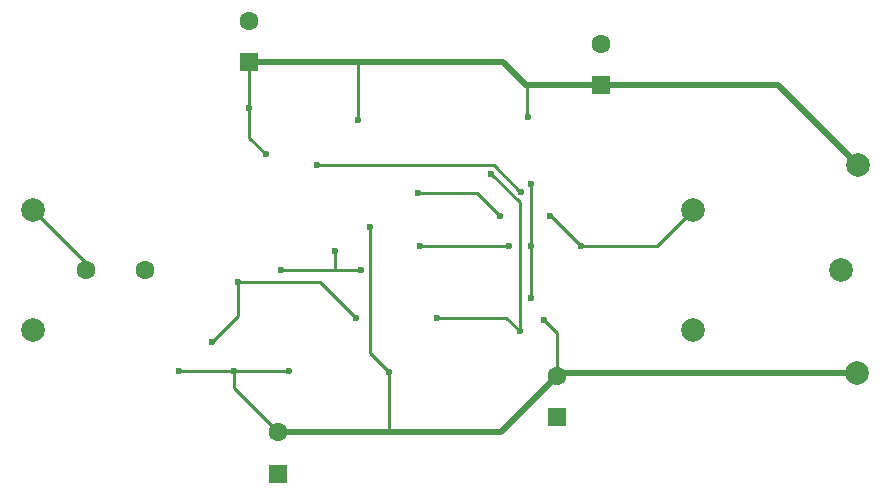
<source format=gbr>
G04 #@! TF.GenerationSoftware,KiCad,Pcbnew,(5.1.10-0-10_14)*
G04 #@! TF.CreationDate,2021-06-26T14:13:21+02:00*
G04 #@! TF.ProjectId,pre-amp-discret,7072652d-616d-4702-9d64-697363726574,rev?*
G04 #@! TF.SameCoordinates,Original*
G04 #@! TF.FileFunction,Copper,L2,Bot*
G04 #@! TF.FilePolarity,Positive*
%FSLAX46Y46*%
G04 Gerber Fmt 4.6, Leading zero omitted, Abs format (unit mm)*
G04 Created by KiCad (PCBNEW (5.1.10-0-10_14)) date 2021-06-26 14:13:21*
%MOMM*%
%LPD*%
G01*
G04 APERTURE LIST*
G04 #@! TA.AperFunction,ComponentPad*
%ADD10C,1.600000*%
G04 #@! TD*
G04 #@! TA.AperFunction,ComponentPad*
%ADD11R,1.600000X1.600000*%
G04 #@! TD*
G04 #@! TA.AperFunction,ComponentPad*
%ADD12C,2.000000*%
G04 #@! TD*
G04 #@! TA.AperFunction,ViaPad*
%ADD13C,0.600000*%
G04 #@! TD*
G04 #@! TA.AperFunction,Conductor*
%ADD14C,0.250000*%
G04 #@! TD*
G04 #@! TA.AperFunction,Conductor*
%ADD15C,0.500000*%
G04 #@! TD*
G04 APERTURE END LIST*
D10*
X170751500Y-130866000D03*
D11*
X170751500Y-134366000D03*
D12*
X194754500Y-121920000D03*
X196215000Y-113030000D03*
X196088000Y-130619500D03*
D10*
X174434500Y-102735500D03*
D11*
X174434500Y-106235500D03*
D10*
X147129500Y-135636000D03*
D11*
X147129500Y-139136000D03*
D10*
X144653000Y-100767000D03*
D11*
X144653000Y-104267000D03*
D12*
X182245000Y-127000000D03*
X182245000Y-116840000D03*
X126365000Y-127000000D03*
X126365000Y-116840000D03*
D10*
X130810000Y-121920000D03*
X135810000Y-121920000D03*
D13*
X146050000Y-112077500D03*
X153860500Y-109220000D03*
X168243500Y-108934500D03*
X144653000Y-108140500D03*
X156521400Y-130562100D03*
X154876500Y-118237000D03*
X169611000Y-126108500D03*
X148018500Y-130429000D03*
X138747500Y-130429000D03*
X143383000Y-130429000D03*
X153670000Y-125920500D03*
X143700500Y-122872500D03*
X141541500Y-127952500D03*
X167576500Y-127063500D03*
X160528000Y-125920500D03*
X165163500Y-113728500D03*
X158940500Y-115379500D03*
X165862000Y-117284500D03*
X151892000Y-120269000D03*
X154151500Y-121920000D03*
X147320000Y-121920000D03*
X168529000Y-114617500D03*
X168529000Y-124269500D03*
X168529000Y-119888000D03*
X166624000Y-119888000D03*
X159131000Y-119888000D03*
X172783500Y-119888000D03*
X170116500Y-117284500D03*
X167649999Y-115242501D03*
X150368000Y-113030000D03*
D14*
X168211500Y-106299000D02*
X168211500Y-108902500D01*
X168211500Y-108902500D02*
X168243500Y-108934500D01*
D15*
X168275000Y-106235500D02*
X168211500Y-106299000D01*
X174434500Y-106235500D02*
X168275000Y-106235500D01*
X168211500Y-106299000D02*
X166179500Y-104267000D01*
D14*
X153860500Y-104330500D02*
X153797000Y-104267000D01*
D15*
X153797000Y-104267000D02*
X144653000Y-104267000D01*
D14*
X153860500Y-109220000D02*
X153860500Y-104330500D01*
D15*
X166179500Y-104267000D02*
X153797000Y-104267000D01*
X189420500Y-106235500D02*
X196215000Y-113030000D01*
X174434500Y-106235500D02*
X189420500Y-106235500D01*
D14*
X144653000Y-110680500D02*
X146050000Y-112077500D01*
X144653000Y-108140500D02*
X144653000Y-110680500D01*
X144653000Y-104267000D02*
X144653000Y-108140500D01*
X130810000Y-121285000D02*
X130810000Y-121920000D01*
X126365000Y-116840000D02*
X130810000Y-121285000D01*
X154876500Y-128917200D02*
X156521400Y-130562100D01*
X154876500Y-118237000D02*
X154876500Y-128917200D01*
D15*
X170751500Y-130866000D02*
X165981500Y-135636000D01*
D14*
X156521400Y-135502900D02*
X156654500Y-135636000D01*
X156521400Y-130562100D02*
X156521400Y-135502900D01*
D15*
X156654500Y-135636000D02*
X147129500Y-135636000D01*
X165981500Y-135636000D02*
X156654500Y-135636000D01*
X170998000Y-130619500D02*
X170751500Y-130866000D01*
X196088000Y-130619500D02*
X170998000Y-130619500D01*
D14*
X170751500Y-127249000D02*
X169611000Y-126108500D01*
X170751500Y-130866000D02*
X170751500Y-127249000D01*
X143383000Y-131889500D02*
X147129500Y-135636000D01*
X143383000Y-130429000D02*
X143383000Y-131889500D01*
X148018500Y-130429000D02*
X143383000Y-130429000D01*
X143383000Y-130429000D02*
X138747500Y-130429000D01*
X153670000Y-125920500D02*
X150622000Y-122872500D01*
X150622000Y-122872500D02*
X143700500Y-122872500D01*
X143700500Y-125793500D02*
X143700500Y-122872500D01*
X141541500Y-127952500D02*
X143700500Y-125793500D01*
X166433500Y-125920500D02*
X160528000Y-125920500D01*
X167576500Y-127063500D02*
X166433500Y-125920500D01*
X167576500Y-116141500D02*
X165163500Y-113728500D01*
X167576500Y-127063500D02*
X167576500Y-116141500D01*
X165862000Y-117284500D02*
X163957000Y-115379500D01*
X163957000Y-115379500D02*
X158940500Y-115379500D01*
X151892000Y-120269000D02*
X151892000Y-121920000D01*
X151892000Y-121920000D02*
X152654000Y-121920000D01*
X154151500Y-121920000D02*
X152654000Y-121920000D01*
X151892000Y-121920000D02*
X147320000Y-121920000D01*
X168529000Y-119888000D02*
X168529000Y-124269500D01*
X168529000Y-114617500D02*
X168529000Y-119888000D01*
X166624000Y-119888000D02*
X159131000Y-119888000D01*
X179197000Y-119888000D02*
X182245000Y-116840000D01*
X172783500Y-119888000D02*
X179197000Y-119888000D01*
X170180000Y-117284500D02*
X170116500Y-117284500D01*
X172783500Y-119888000D02*
X170180000Y-117284500D01*
X167602503Y-115242501D02*
X167649999Y-115242501D01*
X165390002Y-113030000D02*
X167602503Y-115242501D01*
X150368000Y-113030000D02*
X165390002Y-113030000D01*
M02*

</source>
